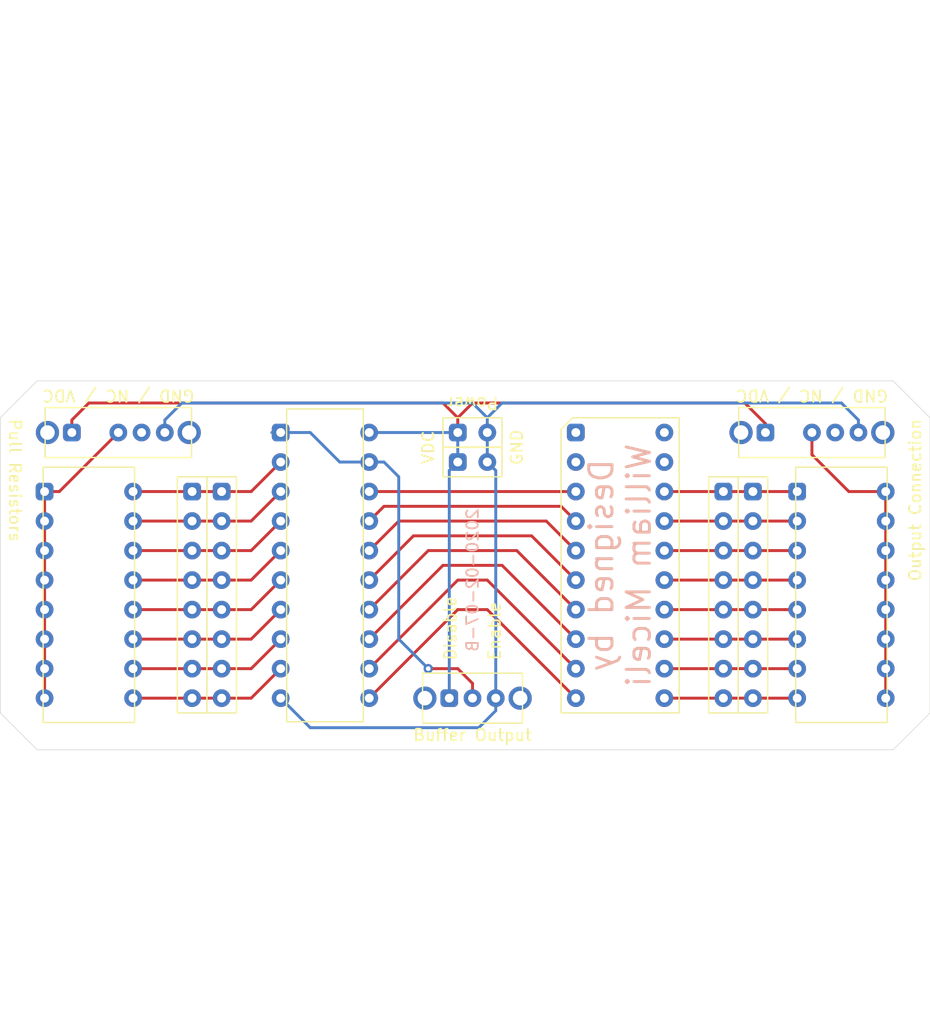
<source format=kicad_pcb>
(kicad_pcb (version 20171130) (host pcbnew "(5.1.5)-3")

  (general
    (thickness 1.6)
    (drawings 24)
    (tracks 152)
    (zones 0)
    (modules 13)
    (nets 36)
  )

  (page A4)
  (layers
    (0 F.Cu signal)
    (31 B.Cu signal)
    (33 F.Adhes user)
    (35 F.Paste user)
    (36 B.SilkS user)
    (37 F.SilkS user)
    (38 B.Mask user)
    (39 F.Mask user)
    (40 Dwgs.User user)
    (41 Cmts.User user)
    (42 Eco1.User user)
    (43 Eco2.User user)
    (44 Edge.Cuts user)
    (45 Margin user)
    (46 B.CrtYd user)
    (47 F.CrtYd user)
    (49 F.Fab user)
  )

  (setup
    (last_trace_width 0.25)
    (trace_clearance 0.2)
    (zone_clearance 0.508)
    (zone_45_only no)
    (trace_min 0.2)
    (via_size 0.8)
    (via_drill 0.4)
    (via_min_size 0.4)
    (via_min_drill 0.3)
    (uvia_size 0.3)
    (uvia_drill 0.1)
    (uvias_allowed no)
    (uvia_min_size 0.2)
    (uvia_min_drill 0.1)
    (edge_width 0.05)
    (segment_width 0.2)
    (pcb_text_width 0.3)
    (pcb_text_size 1.5 1.5)
    (mod_edge_width 0.12)
    (mod_text_size 1 1)
    (mod_text_width 0.15)
    (pad_size 1.524 1.524)
    (pad_drill 0.762)
    (pad_to_mask_clearance 0.051)
    (solder_mask_min_width 0.25)
    (aux_axis_origin 0 0)
    (visible_elements 7FFFFFFF)
    (pcbplotparams
      (layerselection 0x010f8_ffffffff)
      (usegerberextensions false)
      (usegerberattributes false)
      (usegerberadvancedattributes false)
      (creategerberjobfile false)
      (excludeedgelayer true)
      (linewidth 0.100000)
      (plotframeref false)
      (viasonmask false)
      (mode 1)
      (useauxorigin false)
      (hpglpennumber 1)
      (hpglpenspeed 20)
      (hpglpendiameter 15.000000)
      (psnegative false)
      (psa4output false)
      (plotreference true)
      (plotvalue true)
      (plotinvisibletext false)
      (padsonsilk false)
      (subtractmaskfromsilk false)
      (outputformat 1)
      (mirror false)
      (drillshape 0)
      (scaleselection 1)
      (outputdirectory "Gerber & Drill/"))
  )

  (net 0 "")
  (net 1 "Net-(U1-Pad1)")
  (net 2 "Net-(U1-Pad2)")
  (net 3 "Net-(U1-Pad5)")
  (net 4 "Net-(U1-Pad3)")
  (net 5 "Net-(U1-Pad6)")
  (net 6 "Net-(U1-Pad8)")
  (net 7 "Net-(U1-Pad4)")
  (net 8 "Net-(U1-Pad7)")
  (net 9 GND)
  (net 10 "Net-(U4-Pad18)")
  (net 11 "Net-(U4-Pad17)")
  (net 12 "Net-(U4-Pad16)")
  (net 13 "Net-(U4-Pad15)")
  (net 14 "Net-(U4-Pad14)")
  (net 15 "Net-(U4-Pad13)")
  (net 16 "Net-(U4-Pad12)")
  (net 17 "Net-(U4-Pad11)")
  (net 18 VDC)
  (net 19 "Net-(U6-Pad20)")
  (net 20 "Net-(U6-Pad19)")
  (net 21 "Net-(U6-Pad2)")
  (net 22 "Net-(U6-Pad1)")
  (net 23 "Net-(U10-Pad2)")
  (net 24 "Net-(U13-Pad3)")
  (net 25 "Net-(U3-Pad2)")
  (net 26 "Net-(U11-Pad1)")
  (net 27 "Net-(U11-Pad2)")
  (net 28 "Net-(U11-Pad3)")
  (net 29 "Net-(U11-Pad4)")
  (net 30 "Net-(U11-Pad5)")
  (net 31 "Net-(U11-Pad6)")
  (net 32 "Net-(U11-Pad7)")
  (net 33 "Net-(U11-Pad8)")
  (net 34 "Net-(U10-Pad3)")
  (net 35 "Net-(U12-Pad1)")

  (net_class Default "This is the default net class."
    (clearance 0.2)
    (trace_width 0.25)
    (via_dia 0.8)
    (via_drill 0.4)
    (uvia_dia 0.3)
    (uvia_drill 0.1)
    (add_net GND)
    (add_net "Net-(U1-Pad1)")
    (add_net "Net-(U1-Pad2)")
    (add_net "Net-(U1-Pad3)")
    (add_net "Net-(U1-Pad4)")
    (add_net "Net-(U1-Pad5)")
    (add_net "Net-(U1-Pad6)")
    (add_net "Net-(U1-Pad7)")
    (add_net "Net-(U1-Pad8)")
    (add_net "Net-(U10-Pad2)")
    (add_net "Net-(U10-Pad3)")
    (add_net "Net-(U11-Pad1)")
    (add_net "Net-(U11-Pad2)")
    (add_net "Net-(U11-Pad3)")
    (add_net "Net-(U11-Pad4)")
    (add_net "Net-(U11-Pad5)")
    (add_net "Net-(U11-Pad6)")
    (add_net "Net-(U11-Pad7)")
    (add_net "Net-(U11-Pad8)")
    (add_net "Net-(U12-Pad1)")
    (add_net "Net-(U13-Pad3)")
    (add_net "Net-(U3-Pad2)")
    (add_net "Net-(U4-Pad11)")
    (add_net "Net-(U4-Pad12)")
    (add_net "Net-(U4-Pad13)")
    (add_net "Net-(U4-Pad14)")
    (add_net "Net-(U4-Pad15)")
    (add_net "Net-(U4-Pad16)")
    (add_net "Net-(U4-Pad17)")
    (add_net "Net-(U4-Pad18)")
    (add_net "Net-(U6-Pad1)")
    (add_net "Net-(U6-Pad19)")
    (add_net "Net-(U6-Pad2)")
    (add_net "Net-(U6-Pad20)")
    (add_net VDC)
  )

  (module !Master:SS-13D16-VG_C&K (layer F.Cu) (tedit 5E2E44ED) (tstamp 5E3D2B33)
    (at 191.77 52.07)
    (descr "Slide Switch SP3T Through Hole")
    (path /5E3F1BC7)
    (fp_text reference U10 (at 0 2.54) (layer F.SilkS) hide
      (effects (font (size 1 1) (thickness 0.15)))
    )
    (fp_text value SS-13D16-VG_C&K (at 0 -16.51 90) (layer F.Fab)
      (effects (font (size 1 1) (thickness 0.15)))
    )
    (fp_line (start 6.3 -2.15) (end 6.3 2.15) (layer F.SilkS) (width 0.12))
    (fp_line (start -6.3 -2.15) (end -6.3 2.15) (layer F.SilkS) (width 0.12))
    (fp_line (start -6.3 2.15) (end 6.3 2.15) (layer F.SilkS) (width 0.12))
    (fp_line (start -6.3 -2.15) (end 6.3 -2.15) (layer F.SilkS) (width 0.12))
    (pad "" thru_hole circle (at 6.1 0) (size 2 2) (drill 1.25) (layers *.Cu *.Mask))
    (pad "" thru_hole circle (at -6.1 0) (size 2 2) (drill 1.25) (layers *.Cu *.Mask))
    (pad 4 thru_hole circle (at 4 0) (size 1.524 1.524) (drill 0.762) (layers *.Cu *.Mask)
      (net 9 GND))
    (pad 3 thru_hole circle (at 2 0) (size 1.524 1.524) (drill 0.762) (layers *.Cu *.Mask)
      (net 34 "Net-(U10-Pad3)"))
    (pad 2 thru_hole circle (at 0 0) (size 1.524 1.524) (drill 0.762) (layers *.Cu *.Mask)
      (net 23 "Net-(U10-Pad2)"))
    (pad 1 thru_hole roundrect (at -4 0) (size 1.524 1.524) (drill 0.762) (layers *.Cu *.Mask) (roundrect_rratio 0.25)
      (net 18 VDC))
  )

  (module !Master:DC10EWA_Kingbright (layer F.Cu) (tedit 5E2E4F39) (tstamp 5E3D2AFC)
    (at 175.26 63.5 270)
    (descr "LED Circuit Board Indicator Bar - 10 Wide, DIP Red (x 10) Diffused, White 2V 30mA  Through Hole")
    (path /5E2F2235)
    (fp_text reference U6 (at 0 1.27 270) (layer F.SilkS) hide
      (effects (font (size 1 1) (thickness 0.15)))
    )
    (fp_text value DC10EWA_Kingbright (at 0 0 90) (layer F.Fab)
      (effects (font (size 1 1) (thickness 0.15)))
    )
    (fp_line (start -12.7 4.08) (end -11.7 5.08) (layer F.SilkS) (width 0.12))
    (fp_line (start -12.7 4.08) (end -12.7 -5.08) (layer F.SilkS) (width 0.12))
    (fp_line (start 12.7 -5.08) (end -12.7 -5.08) (layer F.SilkS) (width 0.12))
    (fp_line (start 12.7 5.08) (end 12.7 -5.08) (layer F.SilkS) (width 0.12))
    (fp_line (start -11.7 5.08) (end 12.7 5.08) (layer F.SilkS) (width 0.12))
    (pad 20 thru_hole circle (at -11.43 -3.81 270) (size 1.524 1.524) (drill 0.762) (layers *.Cu *.Mask)
      (net 19 "Net-(U6-Pad20)"))
    (pad 19 thru_hole circle (at -8.89 -3.81 270) (size 1.524 1.524) (drill 0.762) (layers *.Cu *.Mask)
      (net 20 "Net-(U6-Pad19)"))
    (pad 18 thru_hole circle (at -6.35 -3.81 270) (size 1.524 1.524) (drill 0.762) (layers *.Cu *.Mask)
      (net 26 "Net-(U11-Pad1)"))
    (pad 17 thru_hole circle (at -3.81 -3.81 270) (size 1.524 1.524) (drill 0.762) (layers *.Cu *.Mask)
      (net 27 "Net-(U11-Pad2)"))
    (pad 16 thru_hole circle (at -1.27 -3.81 270) (size 1.524 1.524) (drill 0.762) (layers *.Cu *.Mask)
      (net 28 "Net-(U11-Pad3)"))
    (pad 15 thru_hole circle (at 1.27 -3.81 270) (size 1.524 1.524) (drill 0.762) (layers *.Cu *.Mask)
      (net 29 "Net-(U11-Pad4)"))
    (pad 14 thru_hole circle (at 3.81 -3.81 270) (size 1.524 1.524) (drill 0.762) (layers *.Cu *.Mask)
      (net 30 "Net-(U11-Pad5)"))
    (pad 13 thru_hole circle (at 6.35 -3.81 270) (size 1.524 1.524) (drill 0.762) (layers *.Cu *.Mask)
      (net 31 "Net-(U11-Pad6)"))
    (pad 12 thru_hole circle (at 8.89 -3.81 270) (size 1.524 1.524) (drill 0.762) (layers *.Cu *.Mask)
      (net 32 "Net-(U11-Pad7)"))
    (pad 11 thru_hole circle (at 11.43 -3.81 270) (size 1.524 1.524) (drill 0.762) (layers *.Cu *.Mask)
      (net 33 "Net-(U11-Pad8)"))
    (pad 10 thru_hole circle (at 11.43 3.81 270) (size 1.524 1.524) (drill 0.762) (layers *.Cu *.Mask)
      (net 17 "Net-(U4-Pad11)"))
    (pad 9 thru_hole circle (at 8.89 3.81 270) (size 1.524 1.524) (drill 0.762) (layers *.Cu *.Mask)
      (net 16 "Net-(U4-Pad12)"))
    (pad 8 thru_hole circle (at 6.35 3.81 270) (size 1.524 1.524) (drill 0.762) (layers *.Cu *.Mask)
      (net 15 "Net-(U4-Pad13)"))
    (pad 7 thru_hole circle (at 3.81 3.81 270) (size 1.524 1.524) (drill 0.762) (layers *.Cu *.Mask)
      (net 14 "Net-(U4-Pad14)"))
    (pad 6 thru_hole circle (at 1.27 3.81 270) (size 1.524 1.524) (drill 0.762) (layers *.Cu *.Mask)
      (net 13 "Net-(U4-Pad15)"))
    (pad 5 thru_hole circle (at -1.27 3.81 270) (size 1.524 1.524) (drill 0.762) (layers *.Cu *.Mask)
      (net 12 "Net-(U4-Pad16)"))
    (pad 4 thru_hole circle (at -3.81 3.81 270) (size 1.524 1.524) (drill 0.762) (layers *.Cu *.Mask)
      (net 11 "Net-(U4-Pad17)"))
    (pad 3 thru_hole circle (at -6.35 3.81 270) (size 1.524 1.524) (drill 0.762) (layers *.Cu *.Mask)
      (net 10 "Net-(U4-Pad18)"))
    (pad 2 thru_hole circle (at -8.89 3.81 270) (size 1.524 1.524) (drill 0.762) (layers *.Cu *.Mask)
      (net 21 "Net-(U6-Pad2)"))
    (pad 1 thru_hole roundrect (at -11.43 3.81 270) (size 1.524 1.524) (drill 0.762) (layers *.Cu *.Mask) (roundrect_rratio 0.25)
      (net 22 "Net-(U6-Pad1)"))
  )

  (module !Master:SS-13D16-VG_C&K (layer F.Cu) (tedit 5E2E44ED) (tstamp 5E3D2B71)
    (at 132.08 52.07)
    (descr "Slide Switch SP3T Through Hole")
    (path /5E307D84)
    (fp_text reference U13 (at 0 2.54) (layer F.SilkS) hide
      (effects (font (size 1 1) (thickness 0.15)))
    )
    (fp_text value SS-13D16-VG_C&K (at 0 -15.24 270) (layer F.Fab)
      (effects (font (size 1 1) (thickness 0.15)))
    )
    (fp_line (start 6.3 -2.15) (end 6.3 2.15) (layer F.SilkS) (width 0.12))
    (fp_line (start -6.3 -2.15) (end -6.3 2.15) (layer F.SilkS) (width 0.12))
    (fp_line (start -6.3 2.15) (end 6.3 2.15) (layer F.SilkS) (width 0.12))
    (fp_line (start -6.3 -2.15) (end 6.3 -2.15) (layer F.SilkS) (width 0.12))
    (pad "" thru_hole circle (at 6.1 0) (size 2 2) (drill 1.25) (layers *.Cu *.Mask))
    (pad "" thru_hole circle (at -6.1 0) (size 2 2) (drill 1.25) (layers *.Cu *.Mask))
    (pad 4 thru_hole circle (at 4 0) (size 1.524 1.524) (drill 0.762) (layers *.Cu *.Mask)
      (net 9 GND))
    (pad 3 thru_hole circle (at 2 0) (size 1.524 1.524) (drill 0.762) (layers *.Cu *.Mask)
      (net 24 "Net-(U13-Pad3)"))
    (pad 2 thru_hole circle (at 0 0) (size 1.524 1.524) (drill 0.762) (layers *.Cu *.Mask)
      (net 35 "Net-(U12-Pad1)"))
    (pad 1 thru_hole roundrect (at -4 0) (size 1.524 1.524) (drill 0.762) (layers *.Cu *.Mask) (roundrect_rratio 0.25)
      (net 18 VDC))
  )

  (module !Master:4116R-1-105LF_Bourns (layer F.Cu) (tedit 5E2E423A) (tstamp 5E3D2B63)
    (at 129.54 66.04)
    (descr "1M Ohm ±2% 250mW Power Per Element Isolated  Resistor Network/Array ±100ppm/°C 16-DIP (0.300\", 7.62mm)")
    (path /5E301913)
    (fp_text reference U12 (at 1.27 0 270) (layer F.SilkS) hide
      (effects (font (size 1 1) (thickness 0.15)))
    )
    (fp_text value 4116R-1-105LF_Bourns (at 0 0 90) (layer F.Fab)
      (effects (font (size 1 1) (thickness 0.15)))
    )
    (fp_line (start 3.935 -10.985) (end 3.935 10.985) (layer F.SilkS) (width 0.12))
    (fp_line (start -3.935 -10.985) (end -3.935 10.985) (layer F.SilkS) (width 0.12))
    (fp_line (start -3.935 10.985) (end 3.935 10.985) (layer F.SilkS) (width 0.12))
    (fp_line (start -3.935 -10.985) (end 3.935 -10.985) (layer F.SilkS) (width 0.12))
    (pad 16 thru_hole circle (at 3.81 -8.89) (size 1.524 1.524) (drill 0.762) (layers *.Cu *.Mask)
      (net 1 "Net-(U1-Pad1)"))
    (pad 15 thru_hole circle (at 3.81 -6.35) (size 1.524 1.524) (drill 0.762) (layers *.Cu *.Mask)
      (net 2 "Net-(U1-Pad2)"))
    (pad 14 thru_hole circle (at 3.81 -3.81) (size 1.524 1.524) (drill 0.762) (layers *.Cu *.Mask)
      (net 4 "Net-(U1-Pad3)"))
    (pad 13 thru_hole circle (at 3.81 -1.27) (size 1.524 1.524) (drill 0.762) (layers *.Cu *.Mask)
      (net 7 "Net-(U1-Pad4)"))
    (pad 12 thru_hole circle (at 3.81 1.27) (size 1.524 1.524) (drill 0.762) (layers *.Cu *.Mask)
      (net 3 "Net-(U1-Pad5)"))
    (pad 11 thru_hole circle (at 3.81 3.81) (size 1.524 1.524) (drill 0.762) (layers *.Cu *.Mask)
      (net 5 "Net-(U1-Pad6)"))
    (pad 10 thru_hole circle (at 3.81 6.35) (size 1.524 1.524) (drill 0.762) (layers *.Cu *.Mask)
      (net 8 "Net-(U1-Pad7)"))
    (pad 9 thru_hole circle (at 3.81 8.89) (size 1.524 1.524) (drill 0.762) (layers *.Cu *.Mask)
      (net 6 "Net-(U1-Pad8)"))
    (pad 8 thru_hole circle (at -3.81 8.89) (size 1.524 1.524) (drill 0.762) (layers *.Cu *.Mask)
      (net 35 "Net-(U12-Pad1)"))
    (pad 7 thru_hole circle (at -3.81 6.35) (size 1.524 1.524) (drill 0.762) (layers *.Cu *.Mask)
      (net 35 "Net-(U12-Pad1)"))
    (pad 6 thru_hole circle (at -3.81 3.81) (size 1.524 1.524) (drill 0.762) (layers *.Cu *.Mask)
      (net 35 "Net-(U12-Pad1)"))
    (pad 5 thru_hole circle (at -3.81 1.27) (size 1.524 1.524) (drill 0.762) (layers *.Cu *.Mask)
      (net 35 "Net-(U12-Pad1)"))
    (pad 4 thru_hole circle (at -3.81 -1.27) (size 1.524 1.524) (drill 0.762) (layers *.Cu *.Mask)
      (net 35 "Net-(U12-Pad1)"))
    (pad 3 thru_hole circle (at -3.81 -3.81) (size 1.524 1.524) (drill 0.762) (layers *.Cu *.Mask)
      (net 35 "Net-(U12-Pad1)"))
    (pad 2 thru_hole circle (at -3.81 -6.35) (size 1.524 1.524) (drill 0.762) (layers *.Cu *.Mask)
      (net 35 "Net-(U12-Pad1)"))
    (pad 1 thru_hole roundrect (at -3.81 -8.89) (size 1.524 1.524) (drill 0.762) (layers *.Cu *.Mask) (roundrect_rratio 0.25)
      (net 35 "Net-(U12-Pad1)"))
  )

  (module !Master:4116R-1-102LF_Bourns (layer F.Cu) (tedit 5E2E4249) (tstamp 5E3D2B4B)
    (at 194.31 66.04)
    (descr "1k Ohm ±2% 250mW Power Per Element Isolated  Resistor Network/Array ±100ppm/°C 16-DIP (0.300\", 7.62mm)")
    (path /5E451612)
    (fp_text reference U11 (at -1.27 0 270) (layer F.SilkS) hide
      (effects (font (size 1 1) (thickness 0.15)))
    )
    (fp_text value 4116R-1-102LF_Bourns (at 0 0 90) (layer F.Fab)
      (effects (font (size 1 1) (thickness 0.15)))
    )
    (fp_line (start 3.935 -10.985) (end 3.935 10.985) (layer F.SilkS) (width 0.12))
    (fp_line (start -3.935 -10.985) (end -3.935 10.985) (layer F.SilkS) (width 0.12))
    (fp_line (start -3.935 10.985) (end 3.935 10.985) (layer F.SilkS) (width 0.12))
    (fp_line (start -3.935 -10.985) (end 3.935 -10.985) (layer F.SilkS) (width 0.12))
    (pad 16 thru_hole circle (at 3.81 -8.89) (size 1.524 1.524) (drill 0.762) (layers *.Cu *.Mask)
      (net 23 "Net-(U10-Pad2)"))
    (pad 15 thru_hole circle (at 3.81 -6.35) (size 1.524 1.524) (drill 0.762) (layers *.Cu *.Mask)
      (net 23 "Net-(U10-Pad2)"))
    (pad 14 thru_hole circle (at 3.81 -3.81) (size 1.524 1.524) (drill 0.762) (layers *.Cu *.Mask)
      (net 23 "Net-(U10-Pad2)"))
    (pad 13 thru_hole circle (at 3.81 -1.27) (size 1.524 1.524) (drill 0.762) (layers *.Cu *.Mask)
      (net 23 "Net-(U10-Pad2)"))
    (pad 12 thru_hole circle (at 3.81 1.27) (size 1.524 1.524) (drill 0.762) (layers *.Cu *.Mask)
      (net 23 "Net-(U10-Pad2)"))
    (pad 11 thru_hole circle (at 3.81 3.81) (size 1.524 1.524) (drill 0.762) (layers *.Cu *.Mask)
      (net 23 "Net-(U10-Pad2)"))
    (pad 10 thru_hole circle (at 3.81 6.35) (size 1.524 1.524) (drill 0.762) (layers *.Cu *.Mask)
      (net 23 "Net-(U10-Pad2)"))
    (pad 9 thru_hole circle (at 3.81 8.89) (size 1.524 1.524) (drill 0.762) (layers *.Cu *.Mask)
      (net 23 "Net-(U10-Pad2)"))
    (pad 8 thru_hole circle (at -3.81 8.89) (size 1.524 1.524) (drill 0.762) (layers *.Cu *.Mask)
      (net 33 "Net-(U11-Pad8)"))
    (pad 7 thru_hole circle (at -3.81 6.35) (size 1.524 1.524) (drill 0.762) (layers *.Cu *.Mask)
      (net 32 "Net-(U11-Pad7)"))
    (pad 6 thru_hole circle (at -3.81 3.81) (size 1.524 1.524) (drill 0.762) (layers *.Cu *.Mask)
      (net 31 "Net-(U11-Pad6)"))
    (pad 5 thru_hole circle (at -3.81 1.27) (size 1.524 1.524) (drill 0.762) (layers *.Cu *.Mask)
      (net 30 "Net-(U11-Pad5)"))
    (pad 4 thru_hole circle (at -3.81 -1.27) (size 1.524 1.524) (drill 0.762) (layers *.Cu *.Mask)
      (net 29 "Net-(U11-Pad4)"))
    (pad 3 thru_hole circle (at -3.81 -3.81) (size 1.524 1.524) (drill 0.762) (layers *.Cu *.Mask)
      (net 28 "Net-(U11-Pad3)"))
    (pad 2 thru_hole circle (at -3.81 -6.35) (size 1.524 1.524) (drill 0.762) (layers *.Cu *.Mask)
      (net 27 "Net-(U11-Pad2)"))
    (pad 1 thru_hole roundrect (at -3.81 -8.89) (size 1.524 1.524) (drill 0.762) (layers *.Cu *.Mask) (roundrect_rratio 0.25)
      (net 26 "Net-(U11-Pad1)"))
  )

  (module *Generic:8-PositionFemale_RectangularHeader (layer F.Cu) (tedit 5E3CD19F) (tstamp 5E3D2B26)
    (at 186.69 66.04)
    (path /5E48AF61)
    (fp_text reference U9 (at 0 -11.43) (layer F.SilkS) hide
      (effects (font (size 1 1) (thickness 0.15)))
    )
    (fp_text value 8-PositionFemale_RectangularHeader (at 0 -36.83 90) (layer F.Fab)
      (effects (font (size 1 1) (thickness 0.15)))
    )
    (fp_line (start -1.27 -10.16) (end -1.27 10.16) (layer F.SilkS) (width 0.12))
    (fp_line (start -1.27 10.16) (end 1.27 10.16) (layer F.SilkS) (width 0.12))
    (fp_line (start 1.27 10.16) (end 1.27 -10.16) (layer F.SilkS) (width 0.12))
    (fp_line (start 1.27 -10.16) (end -1.27 -10.16) (layer F.SilkS) (width 0.12))
    (pad 1 thru_hole roundrect (at 0 -8.89) (size 1.524 1.524) (drill 0.762) (layers *.Cu *.Mask) (roundrect_rratio 0.25)
      (net 26 "Net-(U11-Pad1)"))
    (pad 2 thru_hole circle (at 0 -6.35) (size 1.524 1.524) (drill 0.762) (layers *.Cu *.Mask)
      (net 27 "Net-(U11-Pad2)"))
    (pad 5 thru_hole circle (at 0 1.27) (size 1.524 1.524) (drill 0.762) (layers *.Cu *.Mask)
      (net 30 "Net-(U11-Pad5)"))
    (pad 3 thru_hole circle (at 0 -3.81) (size 1.524 1.524) (drill 0.762) (layers *.Cu *.Mask)
      (net 28 "Net-(U11-Pad3)"))
    (pad 6 thru_hole circle (at 0 3.81) (size 1.524 1.524) (drill 0.762) (layers *.Cu *.Mask)
      (net 31 "Net-(U11-Pad6)"))
    (pad 8 thru_hole circle (at 0 8.89) (size 1.524 1.524) (drill 0.762) (layers *.Cu *.Mask)
      (net 33 "Net-(U11-Pad8)"))
    (pad 4 thru_hole circle (at 0 -1.27) (size 1.524 1.524) (drill 0.762) (layers *.Cu *.Mask)
      (net 29 "Net-(U11-Pad4)"))
    (pad 7 thru_hole circle (at 0 6.35) (size 1.524 1.524) (drill 0.762) (layers *.Cu *.Mask)
      (net 32 "Net-(U11-Pad7)"))
  )

  (module *Generic:8-PositionMale_RectangularHeader (layer F.Cu) (tedit 5E3CD1B3) (tstamp 5E3D2B16)
    (at 184.15 66.04)
    (path /5E48A4A3)
    (fp_text reference U8 (at 0 -11.43) (layer F.SilkS) hide
      (effects (font (size 1 1) (thickness 0.15)))
    )
    (fp_text value 8-PositionMale_RectangularHeader (at 0 -35.56 90) (layer F.Fab)
      (effects (font (size 1 1) (thickness 0.15)))
    )
    (fp_line (start 1.27 -10.16) (end -1.27 -10.16) (layer F.SilkS) (width 0.12))
    (fp_line (start 1.27 10.16) (end 1.27 -10.16) (layer F.SilkS) (width 0.12))
    (fp_line (start -1.27 10.16) (end 1.27 10.16) (layer F.SilkS) (width 0.12))
    (fp_line (start -1.27 -10.16) (end -1.27 10.16) (layer F.SilkS) (width 0.12))
    (pad 8 thru_hole circle (at 0 8.89) (size 1.524 1.524) (drill 0.762) (layers *.Cu *.Mask)
      (net 33 "Net-(U11-Pad8)"))
    (pad 7 thru_hole circle (at 0 6.35) (size 1.524 1.524) (drill 0.762) (layers *.Cu *.Mask)
      (net 32 "Net-(U11-Pad7)"))
    (pad 6 thru_hole circle (at 0 3.81) (size 1.524 1.524) (drill 0.762) (layers *.Cu *.Mask)
      (net 31 "Net-(U11-Pad6)"))
    (pad 5 thru_hole circle (at 0 1.27) (size 1.524 1.524) (drill 0.762) (layers *.Cu *.Mask)
      (net 30 "Net-(U11-Pad5)"))
    (pad 4 thru_hole circle (at 0 -1.27) (size 1.524 1.524) (drill 0.762) (layers *.Cu *.Mask)
      (net 29 "Net-(U11-Pad4)"))
    (pad 3 thru_hole circle (at 0 -3.81) (size 1.524 1.524) (drill 0.762) (layers *.Cu *.Mask)
      (net 28 "Net-(U11-Pad3)"))
    (pad 2 thru_hole circle (at 0 -6.35) (size 1.524 1.524) (drill 0.762) (layers *.Cu *.Mask)
      (net 27 "Net-(U11-Pad2)"))
    (pad 1 thru_hole roundrect (at 0 -8.89) (size 1.524 1.524) (drill 0.762) (layers *.Cu *.Mask) (roundrect_rratio 0.25)
      (net 26 "Net-(U11-Pad1)"))
  )

  (module *Generic:2-PositionFemale_RectangularHeader (layer F.Cu) (tedit 5E3CD170) (tstamp 5E3D2B06)
    (at 162.56 52.07 90)
    (path /5E489277)
    (fp_text reference U7 (at 2.54 0 90) (layer F.SilkS) hide
      (effects (font (size 1 1) (thickness 0.15)))
    )
    (fp_text value 2-PositionFemale_RectangularHeader (at 12.7 0 180) (layer F.Fab)
      (effects (font (size 1 1) (thickness 0.15)))
    )
    (fp_line (start 1.27 -2.54) (end -1.27 -2.54) (layer F.SilkS) (width 0.12))
    (fp_line (start 1.27 2.54) (end 1.27 -2.54) (layer F.SilkS) (width 0.12))
    (fp_line (start -1.27 2.54) (end 1.27 2.54) (layer F.SilkS) (width 0.12))
    (fp_line (start -1.27 -2.54) (end -1.27 2.54) (layer F.SilkS) (width 0.12))
    (pad 2 thru_hole circle (at 0 1.27 90) (size 1.524 1.524) (drill 0.762) (layers *.Cu *.Mask)
      (net 9 GND))
    (pad 1 thru_hole roundrect (at 0 -1.27 90) (size 1.524 1.524) (drill 0.762) (layers *.Cu *.Mask) (roundrect_rratio 0.25)
      (net 18 VDC))
  )

  (module *Generic:2-PositionMale_RectangularHeader (layer F.Cu) (tedit 5E3CD188) (tstamp 5E3D2ADF)
    (at 162.56 54.61 90)
    (path /5E507D51)
    (fp_text reference U5 (at -2.54 0 90) (layer F.SilkS) hide
      (effects (font (size 1 1) (thickness 0.15)))
    )
    (fp_text value 2-PositionMale_RectangularHeader (at 12.7 0) (layer F.Fab)
      (effects (font (size 1 1) (thickness 0.15)))
    )
    (fp_line (start 1.27 -2.54) (end -1.27 -2.54) (layer F.SilkS) (width 0.12))
    (fp_line (start 1.27 2.54) (end 1.27 -2.54) (layer F.SilkS) (width 0.12))
    (fp_line (start -1.27 2.54) (end 1.27 2.54) (layer F.SilkS) (width 0.12))
    (fp_line (start -1.27 -2.54) (end -1.27 2.54) (layer F.SilkS) (width 0.12))
    (pad 2 thru_hole circle (at 0 1.27 90) (size 1.524 1.524) (drill 0.762) (layers *.Cu *.Mask)
      (net 9 GND))
    (pad 1 thru_hole roundrect (at 0 -1.27 90) (size 1.524 1.524) (drill 0.762) (layers *.Cu *.Mask) (roundrect_rratio 0.25)
      (net 18 VDC))
  )

  (module !Master:SN74HCT541N_TexasInstruments (layer F.Cu) (tedit 5E2E4F2E) (tstamp 5E3D2AD5)
    (at 149.86 63.5)
    (descr "Buffer, Inverting 1 Element 8 Bit per Element 3-State Output 20-PDIP")
    (path /5E2EEA39)
    (fp_text reference U4 (at -1.27 0 90) (layer F.SilkS) hide
      (effects (font (size 1 1) (thickness 0.15)))
    )
    (fp_text value SN74HCT541N_TexasInstruments (at 0 0 90) (layer F.Fab)
      (effects (font (size 1 1) (thickness 0.15)))
    )
    (fp_line (start -3.3 -13.46) (end 3.3 -13.46) (layer F.SilkS) (width 0.12))
    (fp_line (start 3.3 13.46) (end 3.3 -13.46) (layer F.SilkS) (width 0.12))
    (fp_line (start -3.3 13.46) (end 3.3 13.46) (layer F.SilkS) (width 0.12))
    (fp_line (start -3.3 13.46) (end -3.3 -13.46) (layer F.SilkS) (width 0.12))
    (pad 20 thru_hole circle (at 3.81 -11.43) (size 1.524 1.524) (drill 0.762) (layers *.Cu *.Mask)
      (net 18 VDC))
    (pad 19 thru_hole circle (at 3.81 -8.89) (size 1.524 1.524) (drill 0.762) (layers *.Cu *.Mask)
      (net 25 "Net-(U3-Pad2)"))
    (pad 18 thru_hole circle (at 3.81 -6.35) (size 1.524 1.524) (drill 0.762) (layers *.Cu *.Mask)
      (net 10 "Net-(U4-Pad18)"))
    (pad 17 thru_hole circle (at 3.81 -3.81) (size 1.524 1.524) (drill 0.762) (layers *.Cu *.Mask)
      (net 11 "Net-(U4-Pad17)"))
    (pad 9 thru_hole circle (at -3.81 8.89) (size 1.524 1.524) (drill 0.762) (layers *.Cu *.Mask)
      (net 6 "Net-(U1-Pad8)"))
    (pad 10 thru_hole circle (at -3.81 11.43) (size 1.524 1.524) (drill 0.762) (layers *.Cu *.Mask)
      (net 9 GND))
    (pad 11 thru_hole circle (at 3.81 11.43) (size 1.524 1.524) (drill 0.762) (layers *.Cu *.Mask)
      (net 17 "Net-(U4-Pad11)"))
    (pad 12 thru_hole circle (at 3.81 8.89) (size 1.524 1.524) (drill 0.762) (layers *.Cu *.Mask)
      (net 16 "Net-(U4-Pad12)"))
    (pad 13 thru_hole circle (at 3.81 6.35) (size 1.524 1.524) (drill 0.762) (layers *.Cu *.Mask)
      (net 15 "Net-(U4-Pad13)"))
    (pad 14 thru_hole circle (at 3.81 3.81) (size 1.524 1.524) (drill 0.762) (layers *.Cu *.Mask)
      (net 14 "Net-(U4-Pad14)"))
    (pad 15 thru_hole circle (at 3.81 1.27) (size 1.524 1.524) (drill 0.762) (layers *.Cu *.Mask)
      (net 13 "Net-(U4-Pad15)"))
    (pad 16 thru_hole circle (at 3.81 -1.27) (size 1.524 1.524) (drill 0.762) (layers *.Cu *.Mask)
      (net 12 "Net-(U4-Pad16)"))
    (pad 1 thru_hole roundrect (at -3.81 -11.43) (size 1.524 1.524) (drill 0.762) (layers *.Cu *.Mask) (roundrect_rratio 0.25)
      (net 25 "Net-(U3-Pad2)"))
    (pad 2 thru_hole circle (at -3.81 -8.89) (size 1.524 1.524) (drill 0.762) (layers *.Cu *.Mask)
      (net 1 "Net-(U1-Pad1)"))
    (pad 3 thru_hole circle (at -3.81 -6.35) (size 1.524 1.524) (drill 0.762) (layers *.Cu *.Mask)
      (net 2 "Net-(U1-Pad2)"))
    (pad 4 thru_hole circle (at -3.81 -3.81) (size 1.524 1.524) (drill 0.762) (layers *.Cu *.Mask)
      (net 4 "Net-(U1-Pad3)"))
    (pad 5 thru_hole circle (at -3.81 -1.27) (size 1.524 1.524) (drill 0.762) (layers *.Cu *.Mask)
      (net 7 "Net-(U1-Pad4)"))
    (pad 6 thru_hole circle (at -3.81 1.27) (size 1.524 1.524) (drill 0.762) (layers *.Cu *.Mask)
      (net 3 "Net-(U1-Pad5)"))
    (pad 7 thru_hole circle (at -3.81 3.81) (size 1.524 1.524) (drill 0.762) (layers *.Cu *.Mask)
      (net 5 "Net-(U1-Pad6)"))
    (pad 8 thru_hole circle (at -3.81 6.35) (size 1.524 1.524) (drill 0.762) (layers *.Cu *.Mask)
      (net 8 "Net-(U1-Pad7)"))
  )

  (module !Master:OS102011MS2QN1_C&K (layer F.Cu) (tedit 5E2E46C6) (tstamp 5E3D2AB9)
    (at 162.56 74.93)
    (descr "Slide Switch SPDT Through Hole")
    (path /5E2ED8DF)
    (fp_text reference U3 (at 0 -3 180) (layer F.SilkS) hide
      (effects (font (size 1 1) (thickness 0.15)))
    )
    (fp_text value OS102011MS2QN1_C&K (at 0 19.05 90) (layer F.Fab)
      (effects (font (size 1 1) (thickness 0.15)))
    )
    (fp_line (start -4.3 2.15) (end -4.3 -2.15) (layer F.SilkS) (width 0.12))
    (fp_line (start -4.3 2.15) (end 4.3 2.15) (layer F.SilkS) (width 0.12))
    (fp_line (start 4.3 -2.15) (end 4.3 2.15) (layer F.SilkS) (width 0.12))
    (fp_line (start -4.3 -2.15) (end 4.3 -2.15) (layer F.SilkS) (width 0.12))
    (pad 3 thru_hole circle (at 2 0) (size 1.524 1.524) (drill 0.762) (layers *.Cu *.Mask)
      (net 9 GND))
    (pad "" thru_hole circle (at -4.1 0) (size 2 2) (drill 1.25) (layers *.Cu *.Mask))
    (pad "" thru_hole circle (at 4.1 0) (size 2 2) (drill 1.25) (layers *.Cu *.Mask))
    (pad 1 thru_hole roundrect (at -2 0) (size 1.524 1.524) (drill 0.762) (layers *.Cu *.Mask) (roundrect_rratio 0.25)
      (net 18 VDC))
    (pad 2 thru_hole circle (at 0 0) (size 1.524 1.524) (drill 0.762) (layers *.Cu *.Mask)
      (net 25 "Net-(U3-Pad2)"))
  )

  (module *Generic:8-PositionMale_RectangularHeader (layer F.Cu) (tedit 5E3CD1B3) (tstamp 5E3D2AAC)
    (at 140.97 66.04)
    (path /5E48BF0A)
    (fp_text reference U2 (at 0 -11.43) (layer F.SilkS) hide
      (effects (font (size 1 1) (thickness 0.15)))
    )
    (fp_text value 8-PositionMale_RectangularHeader (at 0 -34.29 90) (layer F.Fab)
      (effects (font (size 1 1) (thickness 0.15)))
    )
    (fp_line (start 1.27 -10.16) (end -1.27 -10.16) (layer F.SilkS) (width 0.12))
    (fp_line (start 1.27 10.16) (end 1.27 -10.16) (layer F.SilkS) (width 0.12))
    (fp_line (start -1.27 10.16) (end 1.27 10.16) (layer F.SilkS) (width 0.12))
    (fp_line (start -1.27 -10.16) (end -1.27 10.16) (layer F.SilkS) (width 0.12))
    (pad 8 thru_hole circle (at 0 8.89) (size 1.524 1.524) (drill 0.762) (layers *.Cu *.Mask)
      (net 6 "Net-(U1-Pad8)"))
    (pad 7 thru_hole circle (at 0 6.35) (size 1.524 1.524) (drill 0.762) (layers *.Cu *.Mask)
      (net 8 "Net-(U1-Pad7)"))
    (pad 6 thru_hole circle (at 0 3.81) (size 1.524 1.524) (drill 0.762) (layers *.Cu *.Mask)
      (net 5 "Net-(U1-Pad6)"))
    (pad 5 thru_hole circle (at 0 1.27) (size 1.524 1.524) (drill 0.762) (layers *.Cu *.Mask)
      (net 3 "Net-(U1-Pad5)"))
    (pad 4 thru_hole circle (at 0 -1.27) (size 1.524 1.524) (drill 0.762) (layers *.Cu *.Mask)
      (net 7 "Net-(U1-Pad4)"))
    (pad 3 thru_hole circle (at 0 -3.81) (size 1.524 1.524) (drill 0.762) (layers *.Cu *.Mask)
      (net 4 "Net-(U1-Pad3)"))
    (pad 2 thru_hole circle (at 0 -6.35) (size 1.524 1.524) (drill 0.762) (layers *.Cu *.Mask)
      (net 2 "Net-(U1-Pad2)"))
    (pad 1 thru_hole roundrect (at 0 -8.89) (size 1.524 1.524) (drill 0.762) (layers *.Cu *.Mask) (roundrect_rratio 0.25)
      (net 1 "Net-(U1-Pad1)"))
  )

  (module *Generic:8-PositionFemale_RectangularHeader (layer F.Cu) (tedit 5E3CD19F) (tstamp 5E3D2A9C)
    (at 138.43 66.04)
    (path /5E48C4EE)
    (fp_text reference U1 (at 0 -11.43) (layer F.SilkS) hide
      (effects (font (size 1 1) (thickness 0.15)))
    )
    (fp_text value 8-PositionFemale_RectangularHeader (at 0 -35.56 90) (layer F.Fab)
      (effects (font (size 1 1) (thickness 0.15)))
    )
    (fp_line (start -1.27 -10.16) (end -1.27 10.16) (layer F.SilkS) (width 0.12))
    (fp_line (start -1.27 10.16) (end 1.27 10.16) (layer F.SilkS) (width 0.12))
    (fp_line (start 1.27 10.16) (end 1.27 -10.16) (layer F.SilkS) (width 0.12))
    (fp_line (start 1.27 -10.16) (end -1.27 -10.16) (layer F.SilkS) (width 0.12))
    (pad 1 thru_hole roundrect (at 0 -8.89) (size 1.524 1.524) (drill 0.762) (layers *.Cu *.Mask) (roundrect_rratio 0.25)
      (net 1 "Net-(U1-Pad1)"))
    (pad 2 thru_hole circle (at 0 -6.35) (size 1.524 1.524) (drill 0.762) (layers *.Cu *.Mask)
      (net 2 "Net-(U1-Pad2)"))
    (pad 5 thru_hole circle (at 0 1.27) (size 1.524 1.524) (drill 0.762) (layers *.Cu *.Mask)
      (net 3 "Net-(U1-Pad5)"))
    (pad 3 thru_hole circle (at 0 -3.81) (size 1.524 1.524) (drill 0.762) (layers *.Cu *.Mask)
      (net 4 "Net-(U1-Pad3)"))
    (pad 6 thru_hole circle (at 0 3.81) (size 1.524 1.524) (drill 0.762) (layers *.Cu *.Mask)
      (net 5 "Net-(U1-Pad6)"))
    (pad 8 thru_hole circle (at 0 8.89) (size 1.524 1.524) (drill 0.762) (layers *.Cu *.Mask)
      (net 6 "Net-(U1-Pad8)"))
    (pad 4 thru_hole circle (at 0 -1.27) (size 1.524 1.524) (drill 0.762) (layers *.Cu *.Mask)
      (net 7 "Net-(U1-Pad4)"))
    (pad 7 thru_hole circle (at 0 6.35) (size 1.524 1.524) (drill 0.762) (layers *.Cu *.Mask)
      (net 8 "Net-(U1-Pad7)"))
  )

  (gr_line (start 198.755 47.625) (end 201.93 50.8) (layer Edge.Cuts) (width 0.05))
  (gr_line (start 201.93 76.2) (end 198.755 79.375) (layer Edge.Cuts) (width 0.05))
  (gr_line (start 125.095 79.375) (end 121.92 76.2) (layer Edge.Cuts) (width 0.05))
  (gr_line (start 125.095 47.625) (end 121.92 50.8) (layer Edge.Cuts) (width 0.05))
  (gr_line (start 121.92 76.2) (end 121.92 50.8) (layer Edge.Cuts) (width 0.05))
  (gr_line (start 136.525 79.375) (end 125.095 79.375) (layer Edge.Cuts) (width 0.05))
  (gr_line (start 152.4 79.375) (end 136.525 79.375) (layer Edge.Cuts) (width 0.05))
  (gr_line (start 168.91 79.375) (end 152.4 79.375) (layer Edge.Cuts) (width 0.05))
  (gr_line (start 198.755 79.375) (end 168.91 79.375) (layer Edge.Cuts) (width 0.05))
  (gr_line (start 201.93 64.77) (end 201.93 76.2) (layer Edge.Cuts) (width 0.05))
  (gr_line (start 201.93 50.8) (end 201.93 64.77) (layer Edge.Cuts) (width 0.05))
  (gr_line (start 125.095 47.625) (end 198.755 47.625) (layer Edge.Cuts) (width 0.05))
  (gr_text "GND / NC / VDC" (at 132.08 48.895 180) (layer F.SilkS) (tstamp 5E3D1A9B)
    (effects (font (size 1 1) (thickness 0.15)))
  )
  (gr_text "GND / NC / VDC" (at 191.77 48.895 180) (layer F.SilkS) (tstamp 5E3D1A96)
    (effects (font (size 1 1) (thickness 0.15)))
  )
  (gr_text 2020-02-07-B (at 162.56 64.77 90) (layer B.SilkS)
    (effects (font (size 1 1) (thickness 0.15)) (justify mirror))
  )
  (gr_text "Designed by\nWilliam Miceli" (at 175.26 63.5 90) (layer B.SilkS)
    (effects (font (size 2 2) (thickness 0.25)) (justify mirror))
  )
  (gr_text Power (at 162.56 49.53 180) (layer F.SilkS) (tstamp 5E3D5437)
    (effects (font (size 1 1) (thickness 0.15)))
  )
  (gr_text "Pull Resistors" (at 123.19 50.8 270) (layer F.SilkS) (tstamp 5E3D542F)
    (effects (font (size 1 1) (thickness 0.15)) (justify left))
  )
  (gr_text "Output Connection" (at 200.66 50.8 90) (layer F.SilkS) (tstamp 5E3D542B)
    (effects (font (size 1 1) (thickness 0.15)) (justify right))
  )
  (gr_text "Buffer Output" (at 162.56 78.105) (layer F.SilkS) (tstamp 5E3D53F0)
    (effects (font (size 1 1) (thickness 0.15)))
  )
  (gr_text Enable (at 164.465 71.755 90) (layer F.SilkS) (tstamp 5E3D53E1)
    (effects (font (size 1 1) (thickness 0.15)) (justify left))
  )
  (gr_text Disable (at 160.655 71.755 90) (layer F.SilkS) (tstamp 5E3D53DA)
    (effects (font (size 1 1) (thickness 0.15)) (justify left))
  )
  (gr_text GND (at 166.37 53.34 90) (layer F.SilkS) (tstamp 5E3D53D4)
    (effects (font (size 1 1) (thickness 0.15)))
  )
  (gr_text VDC (at 158.75 53.34 90) (layer F.SilkS) (tstamp 5E3D53CF)
    (effects (font (size 1 1) (thickness 0.15)))
  )

  (segment (start 140.97 57.15) (end 138.43 57.15) (width 0.25) (layer F.Cu) (net 1))
  (segment (start 143.51 57.15) (end 146.05 54.61) (width 0.25) (layer F.Cu) (net 1))
  (segment (start 140.97 57.15) (end 143.51 57.15) (width 0.25) (layer F.Cu) (net 1))
  (segment (start 133.35 57.15) (end 138.43 57.15) (width 0.25) (layer F.Cu) (net 1))
  (segment (start 138.43 59.69) (end 140.97 59.69) (width 0.25) (layer F.Cu) (net 2))
  (segment (start 143.51 59.69) (end 146.05 57.15) (width 0.25) (layer F.Cu) (net 2))
  (segment (start 140.97 59.69) (end 143.51 59.69) (width 0.25) (layer F.Cu) (net 2))
  (segment (start 138.43 59.69) (end 133.35 59.69) (width 0.25) (layer F.Cu) (net 2))
  (segment (start 140.97 67.31) (end 138.43 67.31) (width 0.25) (layer F.Cu) (net 3))
  (segment (start 143.51 67.31) (end 146.05 64.77) (width 0.25) (layer F.Cu) (net 3))
  (segment (start 140.97 67.31) (end 143.51 67.31) (width 0.25) (layer F.Cu) (net 3))
  (segment (start 133.35 67.31) (end 138.43 67.31) (width 0.25) (layer F.Cu) (net 3))
  (segment (start 140.97 62.23) (end 138.43 62.23) (width 0.25) (layer F.Cu) (net 4))
  (segment (start 143.51 62.23) (end 146.05 59.69) (width 0.25) (layer F.Cu) (net 4))
  (segment (start 140.97 62.23) (end 143.51 62.23) (width 0.25) (layer F.Cu) (net 4))
  (segment (start 133.35 62.23) (end 138.43 62.23) (width 0.25) (layer F.Cu) (net 4))
  (segment (start 138.43 69.85) (end 140.97 69.85) (width 0.25) (layer F.Cu) (net 5))
  (segment (start 143.51 69.85) (end 146.05 67.31) (width 0.25) (layer F.Cu) (net 5))
  (segment (start 140.97 69.85) (end 143.51 69.85) (width 0.25) (layer F.Cu) (net 5))
  (segment (start 138.43 69.85) (end 133.35 69.85) (width 0.25) (layer F.Cu) (net 5))
  (segment (start 138.43 74.93) (end 140.97 74.93) (width 0.25) (layer F.Cu) (net 6))
  (segment (start 143.51 74.93) (end 146.05 72.39) (width 0.25) (layer F.Cu) (net 6))
  (segment (start 140.97 74.93) (end 143.51 74.93) (width 0.25) (layer F.Cu) (net 6))
  (segment (start 138.43 74.93) (end 133.35 74.93) (width 0.25) (layer F.Cu) (net 6))
  (segment (start 138.43 64.77) (end 140.97 64.77) (width 0.25) (layer F.Cu) (net 7))
  (segment (start 143.51 64.77) (end 146.05 62.23) (width 0.25) (layer F.Cu) (net 7))
  (segment (start 140.97 64.77) (end 143.51 64.77) (width 0.25) (layer F.Cu) (net 7))
  (segment (start 137.35237 64.77) (end 133.35 64.77) (width 0.25) (layer F.Cu) (net 7))
  (segment (start 138.43 64.77) (end 137.35237 64.77) (width 0.25) (layer F.Cu) (net 7))
  (segment (start 140.97 72.39) (end 138.43 72.39) (width 0.25) (layer F.Cu) (net 8))
  (segment (start 143.51 72.39) (end 146.05 69.85) (width 0.25) (layer F.Cu) (net 8))
  (segment (start 140.97 72.39) (end 143.51 72.39) (width 0.25) (layer F.Cu) (net 8))
  (segment (start 133.35 72.39) (end 138.43 72.39) (width 0.25) (layer F.Cu) (net 8))
  (segment (start 163.09763 77.47) (end 148.59 77.47) (width 0.25) (layer B.Cu) (net 9))
  (segment (start 164.56 74.93) (end 164.56 76.00763) (width 0.25) (layer B.Cu) (net 9))
  (segment (start 148.59 77.47) (end 146.05 74.93) (width 0.25) (layer B.Cu) (net 9))
  (segment (start 164.56 76.00763) (end 163.09763 77.47) (width 0.25) (layer B.Cu) (net 9))
  (segment (start 164.56 55.34) (end 163.83 54.61) (width 0.25) (layer B.Cu) (net 9))
  (segment (start 164.56 74.93) (end 164.56 55.34) (width 0.25) (layer B.Cu) (net 9))
  (segment (start 163.83 52.07) (end 163.83 54.61) (width 0.25) (layer B.Cu) (net 9))
  (segment (start 195.77 50.99) (end 195.77 52.07) (width 0.25) (layer B.Cu) (net 9))
  (segment (start 194.31 49.53) (end 195.77 50.99) (width 0.25) (layer B.Cu) (net 9))
  (segment (start 166.37 49.53) (end 194.31 49.53) (width 0.25) (layer B.Cu) (net 9))
  (segment (start 163.83 52.07) (end 163.83 50.8) (width 0.25) (layer B.Cu) (net 9))
  (segment (start 163.83 50.8) (end 162.56 49.53) (width 0.25) (layer B.Cu) (net 9))
  (segment (start 162.56 49.53) (end 140.335 49.53) (width 0.25) (layer B.Cu) (net 9))
  (segment (start 140.335 49.53) (end 138.62 49.53) (width 0.25) (layer B.Cu) (net 9))
  (segment (start 138.62 49.53) (end 137.795 49.53) (width 0.25) (layer B.Cu) (net 9))
  (segment (start 136.08 52.07) (end 136.08 50.99) (width 0.25) (layer B.Cu) (net 9))
  (segment (start 137.54 49.53) (end 137.795 49.53) (width 0.25) (layer B.Cu) (net 9))
  (segment (start 136.08 50.99) (end 137.54 49.53) (width 0.25) (layer B.Cu) (net 9))
  (segment (start 163.83 50.8) (end 165.1 49.53) (width 0.25) (layer B.Cu) (net 9))
  (segment (start 165.1 49.53) (end 166.37 49.53) (width 0.25) (layer B.Cu) (net 9))
  (segment (start 171.45 57.15) (end 153.67 57.15) (width 0.25) (layer F.Cu) (net 10))
  (segment (start 171.45 59.69) (end 170.18 58.42) (width 0.25) (layer F.Cu) (net 11))
  (segment (start 170.18 58.42) (end 154.94 58.42) (width 0.25) (layer F.Cu) (net 11))
  (segment (start 154.94 58.42) (end 153.67 59.69) (width 0.25) (layer F.Cu) (net 11))
  (segment (start 171.45 62.23) (end 168.91 59.69) (width 0.25) (layer F.Cu) (net 12))
  (segment (start 168.91 59.69) (end 156.21 59.69) (width 0.25) (layer F.Cu) (net 12))
  (segment (start 156.21 59.69) (end 153.67 62.23) (width 0.25) (layer F.Cu) (net 12))
  (segment (start 171.45 64.77) (end 167.64 60.96) (width 0.25) (layer F.Cu) (net 13))
  (segment (start 167.64 60.96) (end 157.48 60.96) (width 0.25) (layer F.Cu) (net 13))
  (segment (start 157.48 60.96) (end 153.67 64.77) (width 0.25) (layer F.Cu) (net 13))
  (segment (start 171.45 67.31) (end 166.37 62.23) (width 0.25) (layer F.Cu) (net 14))
  (segment (start 166.37 62.23) (end 158.75 62.23) (width 0.25) (layer F.Cu) (net 14))
  (segment (start 158.75 62.23) (end 153.67 67.31) (width 0.25) (layer F.Cu) (net 14))
  (segment (start 171.45 69.85) (end 165.1 63.5) (width 0.25) (layer F.Cu) (net 15))
  (segment (start 165.1 63.5) (end 160.02 63.5) (width 0.25) (layer F.Cu) (net 15))
  (segment (start 160.02 63.5) (end 153.67 69.85) (width 0.25) (layer F.Cu) (net 15))
  (segment (start 171.45 72.39) (end 163.83 64.77) (width 0.25) (layer F.Cu) (net 16))
  (segment (start 163.83 64.77) (end 161.29 64.77) (width 0.25) (layer F.Cu) (net 16))
  (segment (start 161.29 64.77) (end 153.67 72.39) (width 0.25) (layer F.Cu) (net 16))
  (segment (start 161.29 67.31) (end 163.83 67.31) (width 0.25) (layer F.Cu) (net 17))
  (segment (start 161.29 67.31) (end 153.67 74.93) (width 0.25) (layer F.Cu) (net 17))
  (segment (start 163.83 67.31) (end 171.45 74.93) (width 0.25) (layer F.Cu) (net 17))
  (segment (start 160.56 55.34) (end 161.29 54.61) (width 0.25) (layer B.Cu) (net 18))
  (segment (start 160.56 74.93) (end 160.56 55.34) (width 0.25) (layer B.Cu) (net 18))
  (segment (start 161.29 52.07) (end 161.29 54.61) (width 0.25) (layer B.Cu) (net 18))
  (segment (start 161.29 52.07) (end 153.67 52.07) (width 0.25) (layer B.Cu) (net 18))
  (segment (start 161.29 52.07) (end 161.29 50.8) (width 0.25) (layer F.Cu) (net 18))
  (segment (start 128.08 50.99) (end 128.08 52.07) (width 0.25) (layer F.Cu) (net 18))
  (segment (start 129.54 49.53) (end 128.08 50.99) (width 0.25) (layer F.Cu) (net 18))
  (segment (start 161.29 50.8) (end 160.02 49.53) (width 0.25) (layer F.Cu) (net 18))
  (segment (start 160.02 49.53) (end 129.54 49.53) (width 0.25) (layer F.Cu) (net 18))
  (segment (start 187.77 51.308) (end 187.77 52.07) (width 0.25) (layer F.Cu) (net 18))
  (segment (start 185.992 49.53) (end 187.77 51.308) (width 0.25) (layer F.Cu) (net 18))
  (segment (start 162.56 49.53) (end 185.992 49.53) (width 0.25) (layer F.Cu) (net 18))
  (segment (start 161.29 50.8) (end 162.56 49.53) (width 0.25) (layer F.Cu) (net 18))
  (segment (start 191.77 52.07) (end 191.77 53.975) (width 0.25) (layer F.Cu) (net 23))
  (segment (start 194.945 57.15) (end 198.12 57.15) (width 0.25) (layer F.Cu) (net 23))
  (segment (start 191.77 53.975) (end 194.945 57.15) (width 0.25) (layer F.Cu) (net 23))
  (segment (start 198.12 57.15) (end 198.12 59.69) (width 0.25) (layer F.Cu) (net 23))
  (segment (start 198.12 59.69) (end 198.12 62.23) (width 0.25) (layer F.Cu) (net 23))
  (segment (start 198.12 64.77) (end 198.12 62.23) (width 0.25) (layer F.Cu) (net 23))
  (segment (start 198.12 67.31) (end 198.12 64.77) (width 0.25) (layer F.Cu) (net 23))
  (segment (start 198.12 68.77237) (end 198.12 67.31) (width 0.25) (layer F.Cu) (net 23))
  (segment (start 198.12 69.85) (end 198.12 68.77237) (width 0.25) (layer F.Cu) (net 23))
  (segment (start 198.12 72.39) (end 198.12 69.85) (width 0.25) (layer F.Cu) (net 23))
  (segment (start 198.12 74.93) (end 198.12 72.39) (width 0.25) (layer F.Cu) (net 23))
  (segment (start 145.288 52.07) (end 146.05 52.07) (width 0.25) (layer B.Cu) (net 25))
  (segment (start 146.05 52.07) (end 148.59 52.07) (width 0.25) (layer B.Cu) (net 25))
  (segment (start 151.13 54.61) (end 153.67 54.61) (width 0.25) (layer B.Cu) (net 25))
  (segment (start 148.59 52.07) (end 151.13 54.61) (width 0.25) (layer B.Cu) (net 25))
  (segment (start 153.67 54.61) (end 154.94 54.61) (width 0.25) (layer B.Cu) (net 25))
  (segment (start 154.94 54.61) (end 156.21 55.88) (width 0.25) (layer B.Cu) (net 25))
  (segment (start 162.56 73.66) (end 162.56 74.93) (width 0.25) (layer F.Cu) (net 25))
  (segment (start 161.29 72.39) (end 162.56 73.66) (width 0.25) (layer F.Cu) (net 25))
  (segment (start 158.75 72.39) (end 161.29 72.39) (width 0.25) (layer F.Cu) (net 25))
  (segment (start 156.21 69.85) (end 158.75 72.39) (width 0.25) (layer B.Cu) (net 25))
  (segment (start 156.21 55.88) (end 156.21 69.85) (width 0.25) (layer B.Cu) (net 25))
  (segment (start 158.75 72.39) (end 158.75 72.39) (width 0.25) (layer B.Cu) (net 25) (tstamp 5E3D550D))
  (via (at 158.75 72.39) (size 0.8) (drill 0.4) (layers F.Cu B.Cu) (net 25))
  (segment (start 184.15 74.93) (end 186.69 74.93) (width 0.25) (layer F.Cu) (net 33))
  (segment (start 184.15 72.39) (end 186.69 72.39) (width 0.25) (layer F.Cu) (net 32))
  (segment (start 184.15 69.85) (end 186.69 69.85) (width 0.25) (layer F.Cu) (net 31))
  (segment (start 184.15 67.31) (end 186.69 67.31) (width 0.25) (layer F.Cu) (net 30))
  (segment (start 184.15 64.77) (end 186.69 64.77) (width 0.25) (layer F.Cu) (net 29))
  (segment (start 184.15 62.23) (end 186.69 62.23) (width 0.25) (layer F.Cu) (net 28))
  (segment (start 184.15 59.69) (end 186.69 59.69) (width 0.25) (layer F.Cu) (net 27))
  (segment (start 184.15 57.15) (end 186.69 57.15) (width 0.25) (layer F.Cu) (net 26))
  (segment (start 179.07 57.15) (end 184.15 57.15) (width 0.25) (layer F.Cu) (net 26))
  (segment (start 189.738 57.15) (end 186.69 57.15) (width 0.25) (layer F.Cu) (net 26))
  (segment (start 190.5 57.15) (end 189.738 57.15) (width 0.25) (layer F.Cu) (net 26))
  (segment (start 184.15 59.69) (end 179.07 59.69) (width 0.25) (layer F.Cu) (net 27))
  (segment (start 186.69 59.69) (end 190.5 59.69) (width 0.25) (layer F.Cu) (net 27))
  (segment (start 179.07 62.23) (end 184.15 62.23) (width 0.25) (layer F.Cu) (net 28))
  (segment (start 190.5 62.23) (end 186.69 62.23) (width 0.25) (layer F.Cu) (net 28))
  (segment (start 183.07237 64.77) (end 179.07 64.77) (width 0.25) (layer F.Cu) (net 29))
  (segment (start 184.15 64.77) (end 183.07237 64.77) (width 0.25) (layer F.Cu) (net 29))
  (segment (start 187.76763 64.77) (end 190.5 64.77) (width 0.25) (layer F.Cu) (net 29))
  (segment (start 186.69 64.77) (end 187.76763 64.77) (width 0.25) (layer F.Cu) (net 29))
  (segment (start 179.07 67.31) (end 184.15 67.31) (width 0.25) (layer F.Cu) (net 30))
  (segment (start 189.42237 67.31) (end 186.69 67.31) (width 0.25) (layer F.Cu) (net 30))
  (segment (start 190.5 67.31) (end 189.42237 67.31) (width 0.25) (layer F.Cu) (net 30))
  (segment (start 184.15 69.85) (end 179.07 69.85) (width 0.25) (layer F.Cu) (net 31))
  (segment (start 186.69 69.85) (end 190.5 69.85) (width 0.25) (layer F.Cu) (net 31))
  (segment (start 179.07 72.39) (end 184.15 72.39) (width 0.25) (layer F.Cu) (net 32))
  (segment (start 189.42237 72.39) (end 186.69 72.39) (width 0.25) (layer F.Cu) (net 32))
  (segment (start 190.5 72.39) (end 189.42237 72.39) (width 0.25) (layer F.Cu) (net 32))
  (segment (start 184.15 74.93) (end 179.07 74.93) (width 0.25) (layer F.Cu) (net 33))
  (segment (start 187.76763 74.93) (end 190.5 74.93) (width 0.25) (layer F.Cu) (net 33))
  (segment (start 186.69 74.93) (end 187.76763 74.93) (width 0.25) (layer F.Cu) (net 33))
  (segment (start 125.73 74.93) (end 125.73 72.39) (width 0.25) (layer F.Cu) (net 35))
  (segment (start 125.73 69.85) (end 125.73 72.39) (width 0.25) (layer F.Cu) (net 35))
  (segment (start 125.73 67.31) (end 125.73 69.85) (width 0.25) (layer F.Cu) (net 35))
  (segment (start 125.73 64.77) (end 125.73 67.31) (width 0.25) (layer F.Cu) (net 35))
  (segment (start 125.73 62.23) (end 125.73 64.77) (width 0.25) (layer F.Cu) (net 35))
  (segment (start 125.73 59.69) (end 125.73 62.23) (width 0.25) (layer F.Cu) (net 35))
  (segment (start 125.73 57.912) (end 125.73 59.69) (width 0.25) (layer F.Cu) (net 35))
  (segment (start 125.73 57.15) (end 125.73 57.912) (width 0.25) (layer F.Cu) (net 35))
  (segment (start 127 57.15) (end 125.73 57.15) (width 0.25) (layer F.Cu) (net 35))
  (segment (start 132.08 52.07) (end 127 57.15) (width 0.25) (layer F.Cu) (net 35))

)

</source>
